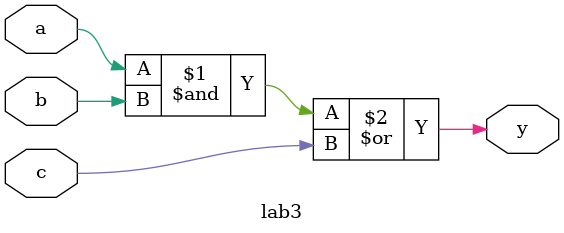
<source format=sv>
`timescale 1ns / 1ps


module lab3(output y,
    input a,b,c
    );

    assign y = a & b | c;

endmodule

</source>
